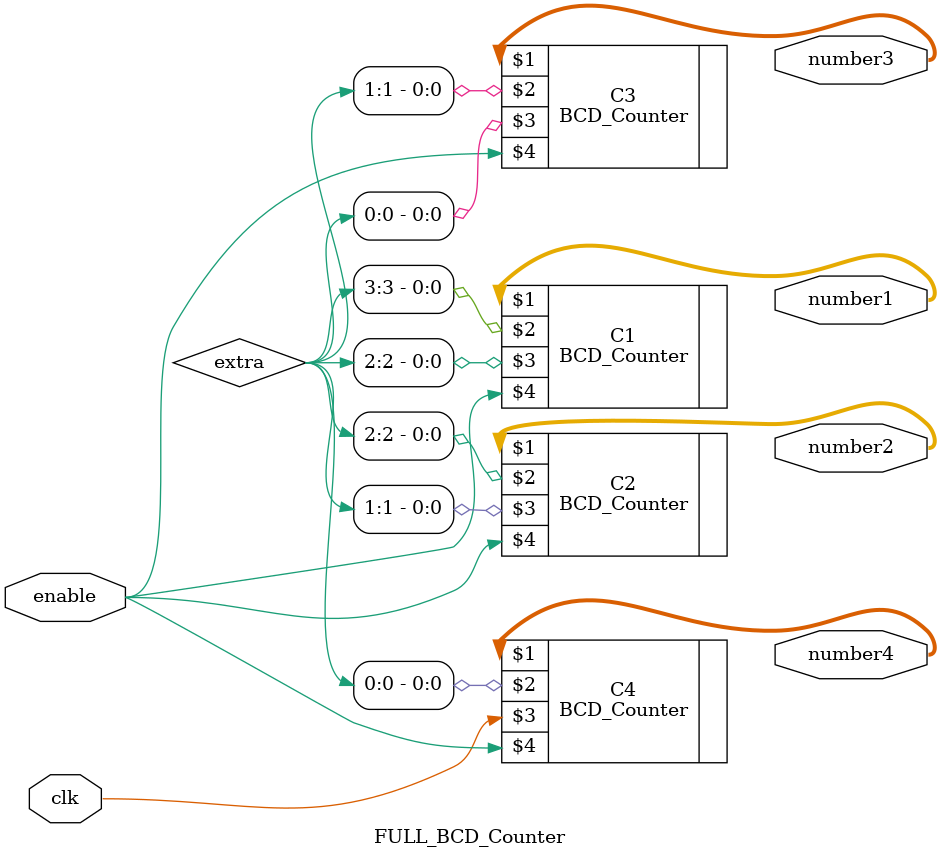
<source format=v>
module FULL_BCD_Counter (output wire[3:0] number1, number2, number3, number4, input clk, enable);

	wire[3:0] extra;

	BCD_Counter C1(number1, extra[3], extra[2], enable);
	BCD_Counter C2(number2, extra[2], extra[1], enable);
	BCD_Counter C3(number3, extra[1], extra[0], enable);
	BCD_Counter C4(number4, extra[0], clk, enable);

endmodule

</source>
